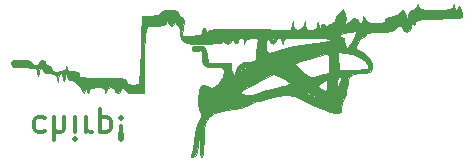
<source format=gbr>
G04 #@! TF.GenerationSoftware,KiCad,Pcbnew,5.0.0-rc2-dev-unknown-0ded476~63~ubuntu16.04.1*
G04 #@! TF.CreationDate,2018-03-27T22:27:57+03:00*
G04 #@! TF.ProjectId,chirp-v2.4,63686972702D76322E342E6B69636164,rev?*
G04 #@! TF.SameCoordinates,Original*
G04 #@! TF.FileFunction,Legend,Bot*
G04 #@! TF.FilePolarity,Positive*
%FSLAX46Y46*%
G04 Gerber Fmt 4.6, Leading zero omitted, Abs format (unit mm)*
G04 Created by KiCad (PCBNEW 5.0.0-rc2-dev-unknown-0ded476~63~ubuntu16.04.1) date Tue Mar 27 22:27:57 2018*
%MOMM*%
%LPD*%
G01*
G04 APERTURE LIST*
%ADD10C,0.304800*%
%ADD11C,0.010000*%
%ADD12R,3.190000X5.480000*%
%ADD13O,18.200000X16.400000*%
%ADD14R,2.279600X2.279600*%
%ADD15C,2.279600*%
%ADD16C,2.940000*%
G04 APERTURE END LIST*
D10*
X140909153Y-108105947D02*
X140725305Y-108014023D01*
X140357610Y-108014023D01*
X140173762Y-108105947D01*
X140081839Y-108197871D01*
X139989915Y-108381719D01*
X139989915Y-108933261D01*
X140081839Y-109117109D01*
X140173762Y-109209033D01*
X140357610Y-109300957D01*
X140725305Y-109300957D01*
X140909153Y-109209033D01*
X141736467Y-108014023D02*
X141736467Y-109944423D01*
X142563781Y-108014023D02*
X142563781Y-109025185D01*
X142471858Y-109209033D01*
X142288010Y-109300957D01*
X142012239Y-109300957D01*
X141828391Y-109209033D01*
X141736467Y-109117109D01*
X143483020Y-108014023D02*
X143483020Y-109300957D01*
X143483020Y-109944423D02*
X143391096Y-109852500D01*
X143483020Y-109760576D01*
X143574943Y-109852500D01*
X143483020Y-109944423D01*
X143483020Y-109760576D01*
X144402258Y-108014023D02*
X144402258Y-109300957D01*
X144402258Y-108933261D02*
X144494181Y-109117109D01*
X144586105Y-109209033D01*
X144769953Y-109300957D01*
X144953800Y-109300957D01*
X145597267Y-109300957D02*
X145597267Y-107370557D01*
X145597267Y-109209033D02*
X145781115Y-109300957D01*
X146148810Y-109300957D01*
X146332658Y-109209033D01*
X146424581Y-109117109D01*
X146516505Y-108933261D01*
X146516505Y-108381719D01*
X146424581Y-108197871D01*
X146332658Y-108105947D01*
X146148810Y-108014023D01*
X145781115Y-108014023D01*
X145597267Y-108105947D01*
X147343820Y-108197871D02*
X147435743Y-108105947D01*
X147343820Y-108014023D01*
X147251896Y-108105947D01*
X147343820Y-108197871D01*
X147343820Y-108014023D01*
X147343820Y-108749414D02*
X147251896Y-109852500D01*
X147343820Y-109944423D01*
X147435743Y-109852500D01*
X147343820Y-108749414D01*
X147343820Y-109944423D01*
D11*
G36*
X175577643Y-98562140D02*
X175583798Y-98650000D01*
X175680153Y-98900108D01*
X175771523Y-98944371D01*
X175922559Y-98804827D01*
X175956907Y-98650000D01*
X176008991Y-98589739D01*
X176116884Y-98807236D01*
X176150278Y-98905195D01*
X176240935Y-99303414D01*
X176229127Y-99548779D01*
X176219704Y-99561532D01*
X176018051Y-99605629D01*
X175552257Y-99643970D01*
X174894604Y-99672099D01*
X174220346Y-99684814D01*
X173394477Y-99696860D01*
X172845995Y-99722576D01*
X172515882Y-99772089D01*
X172345117Y-99855528D01*
X172274684Y-99983019D01*
X172266380Y-100020111D01*
X172190301Y-100226838D01*
X172066701Y-100120263D01*
X172056400Y-100104217D01*
X171948438Y-100021303D01*
X171906803Y-100246351D01*
X171905224Y-100332120D01*
X171838436Y-100682724D01*
X171605126Y-100793737D01*
X171566225Y-100794702D01*
X171292243Y-100689524D01*
X171229801Y-100542385D01*
X171089563Y-100336898D01*
X170893377Y-100290067D01*
X170619395Y-100395245D01*
X170556953Y-100542385D01*
X170491208Y-100675029D01*
X170253497Y-100753106D01*
X169783109Y-100788661D01*
X169285436Y-100794702D01*
X168662225Y-100813435D01*
X168249490Y-100864405D01*
X168106242Y-100939775D01*
X168110396Y-100950804D01*
X168058239Y-101118692D01*
X167893532Y-101206355D01*
X167649791Y-101381159D01*
X167421545Y-101684347D01*
X167271270Y-102003717D01*
X167261435Y-102227064D01*
X167305370Y-102262723D01*
X167909715Y-102576716D01*
X168385038Y-103025347D01*
X168624444Y-103494872D01*
X168655917Y-103925675D01*
X168486022Y-104182115D01*
X168067874Y-104301864D01*
X167591788Y-104324577D01*
X167053214Y-104399255D01*
X166685943Y-104589047D01*
X166555284Y-104849298D01*
X166603973Y-105000000D01*
X166606904Y-105267070D01*
X166519867Y-105420530D01*
X166403770Y-105704395D01*
X166431025Y-105833396D01*
X166424945Y-106086209D01*
X166277294Y-106382829D01*
X166074279Y-106845281D01*
X166015231Y-107224184D01*
X165961848Y-107566339D01*
X165737173Y-107683991D01*
X165578602Y-107691391D01*
X165095786Y-107611543D01*
X164695490Y-107459565D01*
X164203455Y-107219550D01*
X163828476Y-107052605D01*
X163445921Y-106887593D01*
X162896267Y-106643979D01*
X162460438Y-106447768D01*
X162028027Y-106261590D01*
X163660264Y-106261590D01*
X163744370Y-106345696D01*
X163828476Y-106261590D01*
X163744370Y-106177484D01*
X163660264Y-106261590D01*
X162028027Y-106261590D01*
X161919551Y-106214885D01*
X161538112Y-106113158D01*
X161172191Y-106128344D01*
X160677855Y-106246198D01*
X160610107Y-106264641D01*
X159911009Y-106448645D01*
X159185019Y-106629397D01*
X158908278Y-106694713D01*
X158445782Y-106826769D01*
X158157311Y-106958868D01*
X158109271Y-107017284D01*
X157956297Y-107108836D01*
X157552400Y-107222417D01*
X156980114Y-107335493D01*
X156889735Y-107350243D01*
X155934997Y-107520065D01*
X155264047Y-107710811D01*
X154825785Y-107975557D01*
X154569114Y-108367379D01*
X154442937Y-108939351D01*
X154396156Y-109744551D01*
X154391700Y-109944977D01*
X154357668Y-110657862D01*
X154296103Y-111154601D01*
X154220585Y-111411295D01*
X154144692Y-111404048D01*
X154082006Y-111108961D01*
X154047343Y-110550994D01*
X154017349Y-109457616D01*
X153918608Y-110381324D01*
X153831182Y-110948106D01*
X153703255Y-111251611D01*
X153511538Y-111363564D01*
X153302864Y-111363833D01*
X153331905Y-111186762D01*
X153385379Y-111081710D01*
X153501902Y-110699347D01*
X153566767Y-110168456D01*
X153571243Y-110015364D01*
X153648517Y-109395231D01*
X153837025Y-108729828D01*
X153912391Y-108545585D01*
X154115037Y-107992904D01*
X154110199Y-107674946D01*
X154076908Y-107628830D01*
X153966684Y-107345547D01*
X153913872Y-106858707D01*
X153915397Y-106682120D01*
X154408609Y-106682120D01*
X154470155Y-106820577D01*
X154520750Y-106794261D01*
X154540882Y-106594633D01*
X154520750Y-106569978D01*
X154420748Y-106593069D01*
X154408609Y-106682120D01*
X153915397Y-106682120D01*
X153918731Y-106296284D01*
X153957856Y-105978459D01*
X157488828Y-105978459D01*
X157624449Y-106075547D01*
X157648008Y-106087745D01*
X157994520Y-106187765D01*
X158438373Y-106137354D01*
X158782119Y-106039728D01*
X159407034Y-105851541D01*
X160132894Y-105646990D01*
X160464238Y-105558471D01*
X160741594Y-105484669D01*
X162566887Y-105484669D01*
X162963999Y-105831077D01*
X163313654Y-106111671D01*
X163472164Y-106167855D01*
X163492052Y-106112724D01*
X163384095Y-106009272D01*
X165510596Y-106009272D01*
X165572142Y-106147729D01*
X165622737Y-106121413D01*
X165642869Y-105921785D01*
X165622737Y-105897131D01*
X165522735Y-105920221D01*
X165510596Y-106009272D01*
X163384095Y-106009272D01*
X163364638Y-105990627D01*
X163055342Y-105782170D01*
X163029470Y-105766317D01*
X162566887Y-105484669D01*
X160741594Y-105484669D01*
X161018135Y-105411084D01*
X161221403Y-105354435D01*
X164020277Y-105354435D01*
X164175119Y-105519059D01*
X164261286Y-105585130D01*
X164610772Y-105801590D01*
X164785099Y-105747371D01*
X164837194Y-105399094D01*
X164837748Y-105330506D01*
X164815169Y-104986701D01*
X164782987Y-104967186D01*
X165624616Y-104967186D01*
X165640327Y-105207442D01*
X165722247Y-105460274D01*
X165800036Y-105397489D01*
X165863457Y-105243310D01*
X165976830Y-104860810D01*
X166003408Y-104685033D01*
X165958985Y-104543000D01*
X165780279Y-104649165D01*
X165624616Y-104967186D01*
X164782987Y-104967186D01*
X164695359Y-104914051D01*
X164459271Y-105016867D01*
X164104712Y-105216549D01*
X164020277Y-105354435D01*
X161221403Y-105354435D01*
X161459245Y-105288151D01*
X161631306Y-105236003D01*
X161647917Y-105123671D01*
X161378240Y-104917216D01*
X161070038Y-104747873D01*
X160266866Y-104341255D01*
X158768859Y-105118357D01*
X158096217Y-105472692D01*
X157685084Y-105711305D01*
X157495830Y-105868470D01*
X157488828Y-105978459D01*
X153957856Y-105978459D01*
X153981517Y-105786254D01*
X154072639Y-105503789D01*
X154228054Y-105298389D01*
X154443332Y-105305604D01*
X154686273Y-105419486D01*
X154982539Y-105542914D01*
X155213992Y-105505129D01*
X155501216Y-105268141D01*
X155653038Y-105114905D01*
X156027189Y-104626723D01*
X156122795Y-104191960D01*
X156118277Y-104148150D01*
X156028808Y-103846251D01*
X155798038Y-103766300D01*
X155573742Y-103788449D01*
X155051274Y-103805396D01*
X154663080Y-103753982D01*
X154385856Y-103634860D01*
X154265009Y-103392275D01*
X154240397Y-102975048D01*
X154223665Y-102549196D01*
X154133922Y-102379461D01*
X153911842Y-102385814D01*
X153819867Y-102407746D01*
X153499719Y-102435242D01*
X153400012Y-102270191D01*
X153399337Y-102242739D01*
X153509564Y-102044778D01*
X153877286Y-101973581D01*
X153968980Y-101972186D01*
X154329673Y-101996948D01*
X154514578Y-102133251D01*
X154611728Y-102474120D01*
X154645511Y-102687086D01*
X154752401Y-103401987D01*
X156679470Y-103401987D01*
X156732180Y-103948676D01*
X156823266Y-104341710D01*
X156956249Y-104487136D01*
X157068031Y-104362296D01*
X157100000Y-104080753D01*
X157102057Y-104074835D01*
X157436423Y-104074835D01*
X157520529Y-104158941D01*
X157604635Y-104074835D01*
X157520529Y-103990729D01*
X157436423Y-104074835D01*
X157102057Y-104074835D01*
X157160531Y-103906623D01*
X157772847Y-103906623D01*
X157856953Y-103990729D01*
X157941059Y-103906623D01*
X157856953Y-103822517D01*
X157772847Y-103906623D01*
X157160531Y-103906623D01*
X157247161Y-103657417D01*
X157515769Y-103491954D01*
X162146357Y-103491954D01*
X162261746Y-103662306D01*
X162543322Y-103953467D01*
X162894195Y-104276548D01*
X163217479Y-104542661D01*
X163416285Y-104662916D01*
X163423418Y-104663577D01*
X163625576Y-104625913D01*
X164035090Y-104530701D01*
X164258624Y-104475395D01*
X165005960Y-104287214D01*
X165005960Y-103446514D01*
X164994246Y-102952137D01*
X164933553Y-102718710D01*
X164785548Y-102670930D01*
X164627483Y-102702954D01*
X163580948Y-102978524D01*
X162838295Y-103191054D01*
X162374557Y-103348482D01*
X162164767Y-103458750D01*
X162146357Y-103491954D01*
X157515769Y-103491954D01*
X157669605Y-103397191D01*
X158266424Y-103317881D01*
X158635747Y-103271630D01*
X158772522Y-103085714D01*
X158783970Y-102939404D01*
X158812873Y-102516071D01*
X158879638Y-101997011D01*
X159624679Y-101997011D01*
X159653162Y-102366598D01*
X159722694Y-102520266D01*
X159891003Y-102575371D01*
X160222854Y-102519292D01*
X160264241Y-102505879D01*
X165742245Y-102505879D01*
X165771835Y-103206251D01*
X165795293Y-103662641D01*
X165818154Y-103956540D01*
X165824223Y-103996228D01*
X165985003Y-104024005D01*
X166379881Y-104031839D01*
X166907341Y-104023150D01*
X167465869Y-104001354D01*
X167953951Y-103969870D01*
X168270072Y-103932114D01*
X168332105Y-103911793D01*
X168320715Y-103744257D01*
X168273361Y-103597679D01*
X168001104Y-103258808D01*
X167508527Y-102932615D01*
X166908155Y-102680714D01*
X166398655Y-102571181D01*
X165742245Y-102505879D01*
X160264241Y-102505879D01*
X160778051Y-102339363D01*
X161052980Y-102238518D01*
X161584944Y-102075227D01*
X162059945Y-101985894D01*
X162146357Y-101980681D01*
X162632345Y-101948366D01*
X163239982Y-101873547D01*
X163882977Y-101771677D01*
X164475041Y-101658210D01*
X164929880Y-101548599D01*
X165161206Y-101458298D01*
X165174172Y-101438446D01*
X165016813Y-101384745D01*
X164588069Y-101340675D01*
X163952939Y-101310715D01*
X163176422Y-101299345D01*
X163155629Y-101299338D01*
X162297456Y-101304006D01*
X161720380Y-101323330D01*
X161369140Y-101365293D01*
X161188477Y-101437876D01*
X161123130Y-101549061D01*
X161117573Y-101593709D01*
X161094077Y-101801021D01*
X161044424Y-101681569D01*
X161021133Y-101593709D01*
X160855977Y-101357498D01*
X160626410Y-101312637D01*
X160473878Y-101469808D01*
X160464238Y-101551656D01*
X160329590Y-101774666D01*
X160211920Y-101803974D01*
X159991277Y-101668549D01*
X159959602Y-101541729D01*
X159885466Y-101383444D01*
X160127814Y-101383444D01*
X160211920Y-101467550D01*
X160296026Y-101383444D01*
X160211920Y-101299338D01*
X160127814Y-101383444D01*
X159885466Y-101383444D01*
X159878054Y-101367620D01*
X159791390Y-101383444D01*
X159674256Y-101611357D01*
X159624679Y-101997011D01*
X158879638Y-101997011D01*
X158880952Y-101986796D01*
X158890085Y-101930133D01*
X158940906Y-101519653D01*
X158866098Y-101342193D01*
X158602213Y-101300141D01*
X158480038Y-101299338D01*
X158044023Y-101387744D01*
X157888800Y-101593709D01*
X157824870Y-101801021D01*
X157798515Y-101681569D01*
X157792360Y-101593709D01*
X157671072Y-101361249D01*
X157451172Y-101308528D01*
X157285316Y-101447795D01*
X157268211Y-101551656D01*
X157185011Y-101778266D01*
X157014051Y-101751446D01*
X156879528Y-101509603D01*
X156815598Y-101302291D01*
X156789243Y-101421743D01*
X156783088Y-101509603D01*
X156645324Y-101744062D01*
X156374356Y-101794750D01*
X156118779Y-101661666D01*
X156038469Y-101509603D01*
X155974539Y-101302291D01*
X155948184Y-101421743D01*
X155942029Y-101509603D01*
X155896593Y-101645358D01*
X155741646Y-101732051D01*
X155416655Y-101780277D01*
X154861087Y-101800629D01*
X154260016Y-101803974D01*
X153449031Y-101794942D01*
X152915881Y-101744124D01*
X152602034Y-101615935D01*
X152448957Y-101374792D01*
X152398120Y-100985110D01*
X152392363Y-100668543D01*
X152327178Y-100373077D01*
X152221854Y-100290067D01*
X152073424Y-100150699D01*
X152041819Y-99995696D01*
X152019521Y-99797875D01*
X151948185Y-99910907D01*
X151909093Y-100008143D01*
X151740318Y-100262434D01*
X151633112Y-100314962D01*
X151451125Y-100179297D01*
X151357132Y-100008143D01*
X151261033Y-99799219D01*
X151228954Y-99902552D01*
X151224405Y-99995696D01*
X151152725Y-100177485D01*
X150904463Y-100266341D01*
X150401165Y-100290064D01*
X150393671Y-100290067D01*
X149574760Y-100290067D01*
X149431786Y-101004967D01*
X149376118Y-101452887D01*
X149330454Y-102142824D01*
X149299535Y-102980411D01*
X149288104Y-103864570D01*
X149287396Y-106009272D01*
X148562591Y-106009272D01*
X148003736Y-105950222D01*
X147746548Y-105770231D01*
X147740962Y-105756954D01*
X147575850Y-105534362D01*
X147493923Y-105504636D01*
X147360573Y-105641145D01*
X147343708Y-105756954D01*
X147209060Y-105979964D01*
X147091390Y-106009272D01*
X146868380Y-105874624D01*
X146839072Y-105756954D01*
X146720230Y-105552610D01*
X146460830Y-105516574D01*
X146206559Y-105640398D01*
X146113966Y-105799007D01*
X146050036Y-106006319D01*
X146023681Y-105886867D01*
X146017526Y-105799007D01*
X145922882Y-105600800D01*
X145621523Y-105515557D01*
X145325165Y-105504636D01*
X144872481Y-105539203D01*
X144672264Y-105665534D01*
X144640495Y-105799007D01*
X144613132Y-105979045D01*
X144528608Y-105857560D01*
X144484105Y-105756954D01*
X144370637Y-105516558D01*
X144328991Y-105585256D01*
X144314436Y-105756954D01*
X144264779Y-105946278D01*
X144201128Y-105873026D01*
X143989345Y-105526925D01*
X143677657Y-105194199D01*
X143362522Y-104961351D01*
X143140398Y-104914885D01*
X143135712Y-104917562D01*
X142954142Y-104874510D01*
X142842216Y-104638448D01*
X142736878Y-104243047D01*
X142617988Y-104663577D01*
X142530492Y-104945452D01*
X142495024Y-104913115D01*
X142482330Y-104705630D01*
X142410073Y-104409835D01*
X142309050Y-104327153D01*
X142159445Y-104469684D01*
X142079639Y-104705630D01*
X142006742Y-105084106D01*
X141983834Y-104705630D01*
X141910987Y-104446332D01*
X141669726Y-104341476D01*
X141372185Y-104327153D01*
X140936742Y-104272438D01*
X140784507Y-104097815D01*
X140783443Y-104074835D01*
X140711054Y-103844707D01*
X140557238Y-103869948D01*
X140417024Y-104119495D01*
X140397520Y-104200994D01*
X140324622Y-104579471D01*
X140301715Y-104200994D01*
X140262658Y-103996871D01*
X140125286Y-103883197D01*
X139812441Y-103833812D01*
X139246964Y-103822554D01*
X139185430Y-103822517D01*
X138593711Y-103812032D01*
X138263814Y-103765327D01*
X138121400Y-103659529D01*
X138092053Y-103486093D01*
X138137348Y-103282597D01*
X138328767Y-103182162D01*
X138749615Y-103150739D01*
X138915115Y-103149669D01*
X139494402Y-103192634D01*
X139790291Y-103329368D01*
X139835002Y-103401987D01*
X140030060Y-103612090D01*
X140281687Y-103634096D01*
X140439705Y-103468005D01*
X140447019Y-103401987D01*
X140581667Y-103178977D01*
X140699337Y-103149669D01*
X140922347Y-103284317D01*
X140951655Y-103401987D01*
X141086303Y-103624997D01*
X141203973Y-103654305D01*
X141426983Y-103788953D01*
X141456291Y-103906623D01*
X141592233Y-104096223D01*
X141913454Y-104172628D01*
X142290049Y-104140280D01*
X142592109Y-104003621D01*
X142686034Y-103864570D01*
X142749964Y-103657258D01*
X142776318Y-103776710D01*
X142782473Y-103864570D01*
X142912430Y-104089617D01*
X143298191Y-104158925D01*
X143306622Y-104158941D01*
X143707255Y-104234167D01*
X143811258Y-104411259D01*
X143828454Y-104525081D01*
X143914092Y-104603906D01*
X144119242Y-104653448D01*
X144494977Y-104679422D01*
X145092370Y-104687544D01*
X145962492Y-104683530D01*
X146224659Y-104681334D01*
X146945977Y-104682866D01*
X147398452Y-104711180D01*
X147649373Y-104778991D01*
X147766027Y-104899015D01*
X147793817Y-104977867D01*
X147968816Y-105207747D01*
X148373010Y-105267360D01*
X148408230Y-105266213D01*
X148941721Y-105245112D01*
X149044144Y-102389112D01*
X149079145Y-101447770D01*
X149111836Y-100632107D01*
X149139795Y-99997808D01*
X149160596Y-99600555D01*
X149170303Y-99491060D01*
X149336008Y-99465895D01*
X149727478Y-99450871D01*
X149950993Y-99449007D01*
X150449911Y-99415986D01*
X150677168Y-99303707D01*
X150707947Y-99196689D01*
X150807009Y-99030383D01*
X151143846Y-98954631D01*
X151464900Y-98944371D01*
X151978671Y-98982539D01*
X152203729Y-99105268D01*
X152221854Y-99178692D01*
X152357966Y-99436025D01*
X152484666Y-99513864D01*
X152642429Y-99649742D01*
X152680731Y-99946226D01*
X152633779Y-100372920D01*
X152520079Y-101131126D01*
X153380238Y-101131126D01*
X153891668Y-101114206D01*
X153962698Y-101094330D01*
X165886376Y-101094330D01*
X165943860Y-101259400D01*
X166041514Y-101262542D01*
X166233342Y-101361878D01*
X166291721Y-101551656D01*
X166328926Y-101946625D01*
X166388302Y-102108550D01*
X166509144Y-102140375D01*
X166516448Y-102140398D01*
X166684937Y-102003540D01*
X166920273Y-101657617D01*
X167029651Y-101457460D01*
X167378060Y-100774522D01*
X166667666Y-100826665D01*
X166213066Y-100905370D01*
X165925228Y-101040139D01*
X165886376Y-101094330D01*
X153962698Y-101094330D01*
X154149462Y-101042069D01*
X154235609Y-100882645D01*
X154240397Y-100794702D01*
X154311819Y-100506554D01*
X154464787Y-100496626D01*
X154607356Y-100754898D01*
X154626320Y-100836755D01*
X154682978Y-101080392D01*
X154712154Y-101002458D01*
X154721963Y-100878808D01*
X154741800Y-100766939D01*
X154812530Y-100683898D01*
X154976832Y-100626218D01*
X155277384Y-100590430D01*
X155756864Y-100573065D01*
X156457950Y-100570655D01*
X157423320Y-100579730D01*
X158264780Y-100590861D01*
X161784851Y-100639337D01*
X161858591Y-100254437D01*
X161932330Y-99869537D01*
X161955238Y-100248014D01*
X162066156Y-100545764D01*
X162386976Y-100626490D01*
X162739100Y-100519239D01*
X162868704Y-100248014D01*
X162941602Y-99869537D01*
X162964509Y-100248014D01*
X163051526Y-100523278D01*
X163331594Y-100621062D01*
X163492052Y-100626490D01*
X163860457Y-100574978D01*
X164000159Y-100372895D01*
X164013456Y-100248014D01*
X164033592Y-99997937D01*
X164084674Y-100050766D01*
X164164900Y-100290067D01*
X164267309Y-100529343D01*
X164314970Y-100436679D01*
X164316345Y-100416226D01*
X164404517Y-100166118D01*
X164488990Y-100121855D01*
X164657292Y-100260416D01*
X164721795Y-100416226D01*
X164785725Y-100623538D01*
X164812080Y-100504086D01*
X164818235Y-100416226D01*
X164976273Y-100168713D01*
X165174172Y-100121855D01*
X165450780Y-100013470D01*
X165510596Y-99862503D01*
X165618517Y-99555694D01*
X165842501Y-99246894D01*
X166174406Y-98890635D01*
X166327764Y-99295980D01*
X166388146Y-99733024D01*
X166311686Y-99911590D01*
X166252548Y-100084510D01*
X166420444Y-100121855D01*
X166716095Y-99989152D01*
X166795461Y-99869537D01*
X166997214Y-99646159D01*
X167108609Y-99617219D01*
X167352057Y-99752561D01*
X167421757Y-99869537D01*
X167605884Y-100103486D01*
X167792854Y-100044252D01*
X167882330Y-99743378D01*
X167903500Y-99483283D01*
X167955692Y-99548092D01*
X168008489Y-99707108D01*
X168148455Y-99926637D01*
X168447551Y-100038247D01*
X168916887Y-100077383D01*
X169429577Y-100066967D01*
X169672948Y-99977751D01*
X169715894Y-99861335D01*
X169787022Y-99634773D01*
X169842052Y-99604719D01*
X170511850Y-99474995D01*
X170896161Y-99253196D01*
X170939758Y-99191942D01*
X171145389Y-98965703D01*
X171336897Y-99064322D01*
X171524719Y-99491060D01*
X171700092Y-100037749D01*
X171717264Y-99491060D01*
X171778736Y-99098180D01*
X171963008Y-98952258D01*
X172058526Y-98944371D01*
X172362970Y-98812386D01*
X172459543Y-98650000D01*
X172523473Y-98442688D01*
X172549828Y-98562140D01*
X172555983Y-98650000D01*
X172606512Y-98795092D01*
X172777892Y-98883521D01*
X173135185Y-98928615D01*
X173743451Y-98943703D01*
X173992964Y-98944371D01*
X174699347Y-98934777D01*
X175137125Y-98897129D01*
X175373789Y-98818133D01*
X175476834Y-98684495D01*
X175487358Y-98650000D01*
X175551288Y-98442688D01*
X175577643Y-98562140D01*
X175577643Y-98562140D01*
G37*
X175577643Y-98562140D02*
X175583798Y-98650000D01*
X175680153Y-98900108D01*
X175771523Y-98944371D01*
X175922559Y-98804827D01*
X175956907Y-98650000D01*
X176008991Y-98589739D01*
X176116884Y-98807236D01*
X176150278Y-98905195D01*
X176240935Y-99303414D01*
X176229127Y-99548779D01*
X176219704Y-99561532D01*
X176018051Y-99605629D01*
X175552257Y-99643970D01*
X174894604Y-99672099D01*
X174220346Y-99684814D01*
X173394477Y-99696860D01*
X172845995Y-99722576D01*
X172515882Y-99772089D01*
X172345117Y-99855528D01*
X172274684Y-99983019D01*
X172266380Y-100020111D01*
X172190301Y-100226838D01*
X172066701Y-100120263D01*
X172056400Y-100104217D01*
X171948438Y-100021303D01*
X171906803Y-100246351D01*
X171905224Y-100332120D01*
X171838436Y-100682724D01*
X171605126Y-100793737D01*
X171566225Y-100794702D01*
X171292243Y-100689524D01*
X171229801Y-100542385D01*
X171089563Y-100336898D01*
X170893377Y-100290067D01*
X170619395Y-100395245D01*
X170556953Y-100542385D01*
X170491208Y-100675029D01*
X170253497Y-100753106D01*
X169783109Y-100788661D01*
X169285436Y-100794702D01*
X168662225Y-100813435D01*
X168249490Y-100864405D01*
X168106242Y-100939775D01*
X168110396Y-100950804D01*
X168058239Y-101118692D01*
X167893532Y-101206355D01*
X167649791Y-101381159D01*
X167421545Y-101684347D01*
X167271270Y-102003717D01*
X167261435Y-102227064D01*
X167305370Y-102262723D01*
X167909715Y-102576716D01*
X168385038Y-103025347D01*
X168624444Y-103494872D01*
X168655917Y-103925675D01*
X168486022Y-104182115D01*
X168067874Y-104301864D01*
X167591788Y-104324577D01*
X167053214Y-104399255D01*
X166685943Y-104589047D01*
X166555284Y-104849298D01*
X166603973Y-105000000D01*
X166606904Y-105267070D01*
X166519867Y-105420530D01*
X166403770Y-105704395D01*
X166431025Y-105833396D01*
X166424945Y-106086209D01*
X166277294Y-106382829D01*
X166074279Y-106845281D01*
X166015231Y-107224184D01*
X165961848Y-107566339D01*
X165737173Y-107683991D01*
X165578602Y-107691391D01*
X165095786Y-107611543D01*
X164695490Y-107459565D01*
X164203455Y-107219550D01*
X163828476Y-107052605D01*
X163445921Y-106887593D01*
X162896267Y-106643979D01*
X162460438Y-106447768D01*
X162028027Y-106261590D01*
X163660264Y-106261590D01*
X163744370Y-106345696D01*
X163828476Y-106261590D01*
X163744370Y-106177484D01*
X163660264Y-106261590D01*
X162028027Y-106261590D01*
X161919551Y-106214885D01*
X161538112Y-106113158D01*
X161172191Y-106128344D01*
X160677855Y-106246198D01*
X160610107Y-106264641D01*
X159911009Y-106448645D01*
X159185019Y-106629397D01*
X158908278Y-106694713D01*
X158445782Y-106826769D01*
X158157311Y-106958868D01*
X158109271Y-107017284D01*
X157956297Y-107108836D01*
X157552400Y-107222417D01*
X156980114Y-107335493D01*
X156889735Y-107350243D01*
X155934997Y-107520065D01*
X155264047Y-107710811D01*
X154825785Y-107975557D01*
X154569114Y-108367379D01*
X154442937Y-108939351D01*
X154396156Y-109744551D01*
X154391700Y-109944977D01*
X154357668Y-110657862D01*
X154296103Y-111154601D01*
X154220585Y-111411295D01*
X154144692Y-111404048D01*
X154082006Y-111108961D01*
X154047343Y-110550994D01*
X154017349Y-109457616D01*
X153918608Y-110381324D01*
X153831182Y-110948106D01*
X153703255Y-111251611D01*
X153511538Y-111363564D01*
X153302864Y-111363833D01*
X153331905Y-111186762D01*
X153385379Y-111081710D01*
X153501902Y-110699347D01*
X153566767Y-110168456D01*
X153571243Y-110015364D01*
X153648517Y-109395231D01*
X153837025Y-108729828D01*
X153912391Y-108545585D01*
X154115037Y-107992904D01*
X154110199Y-107674946D01*
X154076908Y-107628830D01*
X153966684Y-107345547D01*
X153913872Y-106858707D01*
X153915397Y-106682120D01*
X154408609Y-106682120D01*
X154470155Y-106820577D01*
X154520750Y-106794261D01*
X154540882Y-106594633D01*
X154520750Y-106569978D01*
X154420748Y-106593069D01*
X154408609Y-106682120D01*
X153915397Y-106682120D01*
X153918731Y-106296284D01*
X153957856Y-105978459D01*
X157488828Y-105978459D01*
X157624449Y-106075547D01*
X157648008Y-106087745D01*
X157994520Y-106187765D01*
X158438373Y-106137354D01*
X158782119Y-106039728D01*
X159407034Y-105851541D01*
X160132894Y-105646990D01*
X160464238Y-105558471D01*
X160741594Y-105484669D01*
X162566887Y-105484669D01*
X162963999Y-105831077D01*
X163313654Y-106111671D01*
X163472164Y-106167855D01*
X163492052Y-106112724D01*
X163384095Y-106009272D01*
X165510596Y-106009272D01*
X165572142Y-106147729D01*
X165622737Y-106121413D01*
X165642869Y-105921785D01*
X165622737Y-105897131D01*
X165522735Y-105920221D01*
X165510596Y-106009272D01*
X163384095Y-106009272D01*
X163364638Y-105990627D01*
X163055342Y-105782170D01*
X163029470Y-105766317D01*
X162566887Y-105484669D01*
X160741594Y-105484669D01*
X161018135Y-105411084D01*
X161221403Y-105354435D01*
X164020277Y-105354435D01*
X164175119Y-105519059D01*
X164261286Y-105585130D01*
X164610772Y-105801590D01*
X164785099Y-105747371D01*
X164837194Y-105399094D01*
X164837748Y-105330506D01*
X164815169Y-104986701D01*
X164782987Y-104967186D01*
X165624616Y-104967186D01*
X165640327Y-105207442D01*
X165722247Y-105460274D01*
X165800036Y-105397489D01*
X165863457Y-105243310D01*
X165976830Y-104860810D01*
X166003408Y-104685033D01*
X165958985Y-104543000D01*
X165780279Y-104649165D01*
X165624616Y-104967186D01*
X164782987Y-104967186D01*
X164695359Y-104914051D01*
X164459271Y-105016867D01*
X164104712Y-105216549D01*
X164020277Y-105354435D01*
X161221403Y-105354435D01*
X161459245Y-105288151D01*
X161631306Y-105236003D01*
X161647917Y-105123671D01*
X161378240Y-104917216D01*
X161070038Y-104747873D01*
X160266866Y-104341255D01*
X158768859Y-105118357D01*
X158096217Y-105472692D01*
X157685084Y-105711305D01*
X157495830Y-105868470D01*
X157488828Y-105978459D01*
X153957856Y-105978459D01*
X153981517Y-105786254D01*
X154072639Y-105503789D01*
X154228054Y-105298389D01*
X154443332Y-105305604D01*
X154686273Y-105419486D01*
X154982539Y-105542914D01*
X155213992Y-105505129D01*
X155501216Y-105268141D01*
X155653038Y-105114905D01*
X156027189Y-104626723D01*
X156122795Y-104191960D01*
X156118277Y-104148150D01*
X156028808Y-103846251D01*
X155798038Y-103766300D01*
X155573742Y-103788449D01*
X155051274Y-103805396D01*
X154663080Y-103753982D01*
X154385856Y-103634860D01*
X154265009Y-103392275D01*
X154240397Y-102975048D01*
X154223665Y-102549196D01*
X154133922Y-102379461D01*
X153911842Y-102385814D01*
X153819867Y-102407746D01*
X153499719Y-102435242D01*
X153400012Y-102270191D01*
X153399337Y-102242739D01*
X153509564Y-102044778D01*
X153877286Y-101973581D01*
X153968980Y-101972186D01*
X154329673Y-101996948D01*
X154514578Y-102133251D01*
X154611728Y-102474120D01*
X154645511Y-102687086D01*
X154752401Y-103401987D01*
X156679470Y-103401987D01*
X156732180Y-103948676D01*
X156823266Y-104341710D01*
X156956249Y-104487136D01*
X157068031Y-104362296D01*
X157100000Y-104080753D01*
X157102057Y-104074835D01*
X157436423Y-104074835D01*
X157520529Y-104158941D01*
X157604635Y-104074835D01*
X157520529Y-103990729D01*
X157436423Y-104074835D01*
X157102057Y-104074835D01*
X157160531Y-103906623D01*
X157772847Y-103906623D01*
X157856953Y-103990729D01*
X157941059Y-103906623D01*
X157856953Y-103822517D01*
X157772847Y-103906623D01*
X157160531Y-103906623D01*
X157247161Y-103657417D01*
X157515769Y-103491954D01*
X162146357Y-103491954D01*
X162261746Y-103662306D01*
X162543322Y-103953467D01*
X162894195Y-104276548D01*
X163217479Y-104542661D01*
X163416285Y-104662916D01*
X163423418Y-104663577D01*
X163625576Y-104625913D01*
X164035090Y-104530701D01*
X164258624Y-104475395D01*
X165005960Y-104287214D01*
X165005960Y-103446514D01*
X164994246Y-102952137D01*
X164933553Y-102718710D01*
X164785548Y-102670930D01*
X164627483Y-102702954D01*
X163580948Y-102978524D01*
X162838295Y-103191054D01*
X162374557Y-103348482D01*
X162164767Y-103458750D01*
X162146357Y-103491954D01*
X157515769Y-103491954D01*
X157669605Y-103397191D01*
X158266424Y-103317881D01*
X158635747Y-103271630D01*
X158772522Y-103085714D01*
X158783970Y-102939404D01*
X158812873Y-102516071D01*
X158879638Y-101997011D01*
X159624679Y-101997011D01*
X159653162Y-102366598D01*
X159722694Y-102520266D01*
X159891003Y-102575371D01*
X160222854Y-102519292D01*
X160264241Y-102505879D01*
X165742245Y-102505879D01*
X165771835Y-103206251D01*
X165795293Y-103662641D01*
X165818154Y-103956540D01*
X165824223Y-103996228D01*
X165985003Y-104024005D01*
X166379881Y-104031839D01*
X166907341Y-104023150D01*
X167465869Y-104001354D01*
X167953951Y-103969870D01*
X168270072Y-103932114D01*
X168332105Y-103911793D01*
X168320715Y-103744257D01*
X168273361Y-103597679D01*
X168001104Y-103258808D01*
X167508527Y-102932615D01*
X166908155Y-102680714D01*
X166398655Y-102571181D01*
X165742245Y-102505879D01*
X160264241Y-102505879D01*
X160778051Y-102339363D01*
X161052980Y-102238518D01*
X161584944Y-102075227D01*
X162059945Y-101985894D01*
X162146357Y-101980681D01*
X162632345Y-101948366D01*
X163239982Y-101873547D01*
X163882977Y-101771677D01*
X164475041Y-101658210D01*
X164929880Y-101548599D01*
X165161206Y-101458298D01*
X165174172Y-101438446D01*
X165016813Y-101384745D01*
X164588069Y-101340675D01*
X163952939Y-101310715D01*
X163176422Y-101299345D01*
X163155629Y-101299338D01*
X162297456Y-101304006D01*
X161720380Y-101323330D01*
X161369140Y-101365293D01*
X161188477Y-101437876D01*
X161123130Y-101549061D01*
X161117573Y-101593709D01*
X161094077Y-101801021D01*
X161044424Y-101681569D01*
X161021133Y-101593709D01*
X160855977Y-101357498D01*
X160626410Y-101312637D01*
X160473878Y-101469808D01*
X160464238Y-101551656D01*
X160329590Y-101774666D01*
X160211920Y-101803974D01*
X159991277Y-101668549D01*
X159959602Y-101541729D01*
X159885466Y-101383444D01*
X160127814Y-101383444D01*
X160211920Y-101467550D01*
X160296026Y-101383444D01*
X160211920Y-101299338D01*
X160127814Y-101383444D01*
X159885466Y-101383444D01*
X159878054Y-101367620D01*
X159791390Y-101383444D01*
X159674256Y-101611357D01*
X159624679Y-101997011D01*
X158879638Y-101997011D01*
X158880952Y-101986796D01*
X158890085Y-101930133D01*
X158940906Y-101519653D01*
X158866098Y-101342193D01*
X158602213Y-101300141D01*
X158480038Y-101299338D01*
X158044023Y-101387744D01*
X157888800Y-101593709D01*
X157824870Y-101801021D01*
X157798515Y-101681569D01*
X157792360Y-101593709D01*
X157671072Y-101361249D01*
X157451172Y-101308528D01*
X157285316Y-101447795D01*
X157268211Y-101551656D01*
X157185011Y-101778266D01*
X157014051Y-101751446D01*
X156879528Y-101509603D01*
X156815598Y-101302291D01*
X156789243Y-101421743D01*
X156783088Y-101509603D01*
X156645324Y-101744062D01*
X156374356Y-101794750D01*
X156118779Y-101661666D01*
X156038469Y-101509603D01*
X155974539Y-101302291D01*
X155948184Y-101421743D01*
X155942029Y-101509603D01*
X155896593Y-101645358D01*
X155741646Y-101732051D01*
X155416655Y-101780277D01*
X154861087Y-101800629D01*
X154260016Y-101803974D01*
X153449031Y-101794942D01*
X152915881Y-101744124D01*
X152602034Y-101615935D01*
X152448957Y-101374792D01*
X152398120Y-100985110D01*
X152392363Y-100668543D01*
X152327178Y-100373077D01*
X152221854Y-100290067D01*
X152073424Y-100150699D01*
X152041819Y-99995696D01*
X152019521Y-99797875D01*
X151948185Y-99910907D01*
X151909093Y-100008143D01*
X151740318Y-100262434D01*
X151633112Y-100314962D01*
X151451125Y-100179297D01*
X151357132Y-100008143D01*
X151261033Y-99799219D01*
X151228954Y-99902552D01*
X151224405Y-99995696D01*
X151152725Y-100177485D01*
X150904463Y-100266341D01*
X150401165Y-100290064D01*
X150393671Y-100290067D01*
X149574760Y-100290067D01*
X149431786Y-101004967D01*
X149376118Y-101452887D01*
X149330454Y-102142824D01*
X149299535Y-102980411D01*
X149288104Y-103864570D01*
X149287396Y-106009272D01*
X148562591Y-106009272D01*
X148003736Y-105950222D01*
X147746548Y-105770231D01*
X147740962Y-105756954D01*
X147575850Y-105534362D01*
X147493923Y-105504636D01*
X147360573Y-105641145D01*
X147343708Y-105756954D01*
X147209060Y-105979964D01*
X147091390Y-106009272D01*
X146868380Y-105874624D01*
X146839072Y-105756954D01*
X146720230Y-105552610D01*
X146460830Y-105516574D01*
X146206559Y-105640398D01*
X146113966Y-105799007D01*
X146050036Y-106006319D01*
X146023681Y-105886867D01*
X146017526Y-105799007D01*
X145922882Y-105600800D01*
X145621523Y-105515557D01*
X145325165Y-105504636D01*
X144872481Y-105539203D01*
X144672264Y-105665534D01*
X144640495Y-105799007D01*
X144613132Y-105979045D01*
X144528608Y-105857560D01*
X144484105Y-105756954D01*
X144370637Y-105516558D01*
X144328991Y-105585256D01*
X144314436Y-105756954D01*
X144264779Y-105946278D01*
X144201128Y-105873026D01*
X143989345Y-105526925D01*
X143677657Y-105194199D01*
X143362522Y-104961351D01*
X143140398Y-104914885D01*
X143135712Y-104917562D01*
X142954142Y-104874510D01*
X142842216Y-104638448D01*
X142736878Y-104243047D01*
X142617988Y-104663577D01*
X142530492Y-104945452D01*
X142495024Y-104913115D01*
X142482330Y-104705630D01*
X142410073Y-104409835D01*
X142309050Y-104327153D01*
X142159445Y-104469684D01*
X142079639Y-104705630D01*
X142006742Y-105084106D01*
X141983834Y-104705630D01*
X141910987Y-104446332D01*
X141669726Y-104341476D01*
X141372185Y-104327153D01*
X140936742Y-104272438D01*
X140784507Y-104097815D01*
X140783443Y-104074835D01*
X140711054Y-103844707D01*
X140557238Y-103869948D01*
X140417024Y-104119495D01*
X140397520Y-104200994D01*
X140324622Y-104579471D01*
X140301715Y-104200994D01*
X140262658Y-103996871D01*
X140125286Y-103883197D01*
X139812441Y-103833812D01*
X139246964Y-103822554D01*
X139185430Y-103822517D01*
X138593711Y-103812032D01*
X138263814Y-103765327D01*
X138121400Y-103659529D01*
X138092053Y-103486093D01*
X138137348Y-103282597D01*
X138328767Y-103182162D01*
X138749615Y-103150739D01*
X138915115Y-103149669D01*
X139494402Y-103192634D01*
X139790291Y-103329368D01*
X139835002Y-103401987D01*
X140030060Y-103612090D01*
X140281687Y-103634096D01*
X140439705Y-103468005D01*
X140447019Y-103401987D01*
X140581667Y-103178977D01*
X140699337Y-103149669D01*
X140922347Y-103284317D01*
X140951655Y-103401987D01*
X141086303Y-103624997D01*
X141203973Y-103654305D01*
X141426983Y-103788953D01*
X141456291Y-103906623D01*
X141592233Y-104096223D01*
X141913454Y-104172628D01*
X142290049Y-104140280D01*
X142592109Y-104003621D01*
X142686034Y-103864570D01*
X142749964Y-103657258D01*
X142776318Y-103776710D01*
X142782473Y-103864570D01*
X142912430Y-104089617D01*
X143298191Y-104158925D01*
X143306622Y-104158941D01*
X143707255Y-104234167D01*
X143811258Y-104411259D01*
X143828454Y-104525081D01*
X143914092Y-104603906D01*
X144119242Y-104653448D01*
X144494977Y-104679422D01*
X145092370Y-104687544D01*
X145962492Y-104683530D01*
X146224659Y-104681334D01*
X146945977Y-104682866D01*
X147398452Y-104711180D01*
X147649373Y-104778991D01*
X147766027Y-104899015D01*
X147793817Y-104977867D01*
X147968816Y-105207747D01*
X148373010Y-105267360D01*
X148408230Y-105266213D01*
X148941721Y-105245112D01*
X149044144Y-102389112D01*
X149079145Y-101447770D01*
X149111836Y-100632107D01*
X149139795Y-99997808D01*
X149160596Y-99600555D01*
X149170303Y-99491060D01*
X149336008Y-99465895D01*
X149727478Y-99450871D01*
X149950993Y-99449007D01*
X150449911Y-99415986D01*
X150677168Y-99303707D01*
X150707947Y-99196689D01*
X150807009Y-99030383D01*
X151143846Y-98954631D01*
X151464900Y-98944371D01*
X151978671Y-98982539D01*
X152203729Y-99105268D01*
X152221854Y-99178692D01*
X152357966Y-99436025D01*
X152484666Y-99513864D01*
X152642429Y-99649742D01*
X152680731Y-99946226D01*
X152633779Y-100372920D01*
X152520079Y-101131126D01*
X153380238Y-101131126D01*
X153891668Y-101114206D01*
X153962698Y-101094330D01*
X165886376Y-101094330D01*
X165943860Y-101259400D01*
X166041514Y-101262542D01*
X166233342Y-101361878D01*
X166291721Y-101551656D01*
X166328926Y-101946625D01*
X166388302Y-102108550D01*
X166509144Y-102140375D01*
X166516448Y-102140398D01*
X166684937Y-102003540D01*
X166920273Y-101657617D01*
X167029651Y-101457460D01*
X167378060Y-100774522D01*
X166667666Y-100826665D01*
X166213066Y-100905370D01*
X165925228Y-101040139D01*
X165886376Y-101094330D01*
X153962698Y-101094330D01*
X154149462Y-101042069D01*
X154235609Y-100882645D01*
X154240397Y-100794702D01*
X154311819Y-100506554D01*
X154464787Y-100496626D01*
X154607356Y-100754898D01*
X154626320Y-100836755D01*
X154682978Y-101080392D01*
X154712154Y-101002458D01*
X154721963Y-100878808D01*
X154741800Y-100766939D01*
X154812530Y-100683898D01*
X154976832Y-100626218D01*
X155277384Y-100590430D01*
X155756864Y-100573065D01*
X156457950Y-100570655D01*
X157423320Y-100579730D01*
X158264780Y-100590861D01*
X161784851Y-100639337D01*
X161858591Y-100254437D01*
X161932330Y-99869537D01*
X161955238Y-100248014D01*
X162066156Y-100545764D01*
X162386976Y-100626490D01*
X162739100Y-100519239D01*
X162868704Y-100248014D01*
X162941602Y-99869537D01*
X162964509Y-100248014D01*
X163051526Y-100523278D01*
X163331594Y-100621062D01*
X163492052Y-100626490D01*
X163860457Y-100574978D01*
X164000159Y-100372895D01*
X164013456Y-100248014D01*
X164033592Y-99997937D01*
X164084674Y-100050766D01*
X164164900Y-100290067D01*
X164267309Y-100529343D01*
X164314970Y-100436679D01*
X164316345Y-100416226D01*
X164404517Y-100166118D01*
X164488990Y-100121855D01*
X164657292Y-100260416D01*
X164721795Y-100416226D01*
X164785725Y-100623538D01*
X164812080Y-100504086D01*
X164818235Y-100416226D01*
X164976273Y-100168713D01*
X165174172Y-100121855D01*
X165450780Y-100013470D01*
X165510596Y-99862503D01*
X165618517Y-99555694D01*
X165842501Y-99246894D01*
X166174406Y-98890635D01*
X166327764Y-99295980D01*
X166388146Y-99733024D01*
X166311686Y-99911590D01*
X166252548Y-100084510D01*
X166420444Y-100121855D01*
X166716095Y-99989152D01*
X166795461Y-99869537D01*
X166997214Y-99646159D01*
X167108609Y-99617219D01*
X167352057Y-99752561D01*
X167421757Y-99869537D01*
X167605884Y-100103486D01*
X167792854Y-100044252D01*
X167882330Y-99743378D01*
X167903500Y-99483283D01*
X167955692Y-99548092D01*
X168008489Y-99707108D01*
X168148455Y-99926637D01*
X168447551Y-100038247D01*
X168916887Y-100077383D01*
X169429577Y-100066967D01*
X169672948Y-99977751D01*
X169715894Y-99861335D01*
X169787022Y-99634773D01*
X169842052Y-99604719D01*
X170511850Y-99474995D01*
X170896161Y-99253196D01*
X170939758Y-99191942D01*
X171145389Y-98965703D01*
X171336897Y-99064322D01*
X171524719Y-99491060D01*
X171700092Y-100037749D01*
X171717264Y-99491060D01*
X171778736Y-99098180D01*
X171963008Y-98952258D01*
X172058526Y-98944371D01*
X172362970Y-98812386D01*
X172459543Y-98650000D01*
X172523473Y-98442688D01*
X172549828Y-98562140D01*
X172555983Y-98650000D01*
X172606512Y-98795092D01*
X172777892Y-98883521D01*
X173135185Y-98928615D01*
X173743451Y-98943703D01*
X173992964Y-98944371D01*
X174699347Y-98934777D01*
X175137125Y-98897129D01*
X175373789Y-98818133D01*
X175476834Y-98684495D01*
X175487358Y-98650000D01*
X175551288Y-98442688D01*
X175577643Y-98562140D01*
%LPC*%
D12*
X95281100Y-105001100D03*
D13*
X106791100Y-105001100D03*
D12*
X118041100Y-105001100D03*
D14*
X124371100Y-108811100D03*
D15*
X124371100Y-111351100D03*
X121831100Y-108811100D03*
X121831100Y-111351100D03*
X119291100Y-108811100D03*
X119291100Y-111351100D03*
D16*
X87541100Y-102501100D03*
X87541100Y-107501100D03*
M02*

</source>
